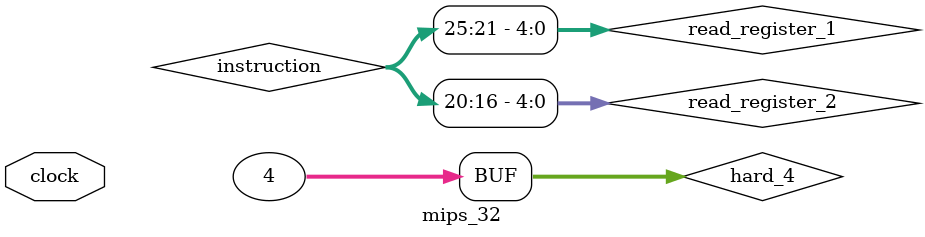
<source format=v>


module mips_32(clock);

input wire	clock;

wire	[31:0] new_address					;
wire	[31:0] current_address				;
wire	[31:0] instruction  				;
wire	[31:0] pc_4  						;
wire	[31:0] write_data 					;
wire [4:0] read_register_1;
wire [4:0] read_register_2;
wire	[4:0]  write_register 				;
wire	[31:0] read_data_2_register_file	;
wire	[31:0] read_data_1_register_file	;
wire	[31:0] instruction_immediate   		;
wire	[31:0] alu_source 					;
wire	[31:0] alu_result 					;
wire	[31:0] data_memory_out				;
wire	[31:0] branch_immediate 			;
wire	[31:0] calculated_branch_address 	;
wire	[31:0] branch_address_ 				;
wire	[31:0] shifted_jump_immediate   	;
wire	[31:0] calculated_jump_address 		;
wire	reg_write 							;
wire	mem_read 							;
wire	mem_write							;
wire	mem_to_reg 							;
wire	branch_and 							;
wire	jump 								;
wire	branch 								;
wire	alu_src 							;
wire	reg_dst 							;
wire	zero_signal 						;
wire	[2:0]  alu_op 						;
wire	[3:0]  alu_control_ 				;
wire	[31:0] hard_4 						;
assign read_register_1 = instruction[25:21];
assign read_register_2 = instruction[20:16];
full_adder_32	b2v_inst(
	.data_in_0(hard_4),
	.data_in_1(current_address),
	.data_out(pc_4));

shifter_2_bit	b2v_inst1(
	.data_in(instruction),
	.data_out(shifted_jump_immediate   ));

program_counter	b2v_inst2(
	.clock(clock),
	.address_in(new_address),
	.address_out(current_address));

instruction_memory_4kb	b2v_inst35(
	.clock(clock),
	.address(current_address),
	.instruction(instruction));

jump_joiner	b2v_inst36(
	.address(shifted_jump_immediate   ),
	.pc(pc_4),
	.output_address(calculated_jump_address));

register_file	b2v_inst37(
	.clock(clock)	,
	.RegWrite(reg_write)	,
	.read_register_1(read_register_1)	,
	.read_register_2(read_register_2)	,
	.write_data(write_data 				)	,
	.write_register(write_register 				),
	.read_data_1(read_data_1_register_file),
	.read_data_2(read_data_2_register_file));	

mux_5_two_one	b2v_ins(
	.select(reg_dst),
	.data_in_0(instruction[20:16])	,
	.data_in_1(instruction[15:11])	,
	.data_out(write_register));

sign_extension_unit_16_32	b2v_inst41(
	.data_in(instruction[15:0]),
	.data_out(instruction_immediate));


mux_32_two_one	b2v_inst42(
	.select(alu_src),
	.data_in_0(read_data_2_register_file),
	.data_in_1(instruction_immediate),
	.data_out(alu_source));


alu_32	b2v_inst43(
	.alu_control(alu_control_),
	.data_in_0(read_data_1_register_file),
	.data_in_1(alu_source),
	.zero(zero_signal),
	.result(alu_result 				));


data_memory_4kb	b2v_inst45(
	.clock(clock),
	.memread(mem_read),
	.memwrite(mem_write),
	.address(alu_result 				),
	.write_data(read_data_2_register_file),
	.read_data(data_memory_out));


mux_32_two_one	b2v_inst46(
	.select(mem_to_reg),
	.data_in_0(alu_result 				),
	.data_in_1(data_memory_out),
	.data_out(write_data 				));


full_adder_32	b2v_inst47(
	.data_in_0(pc_4),
	.data_in_1(branch_immediate),
	.data_out(calculated_branch_address));


shifter_2_bit	b2v_inst48(
	.data_in(instruction_immediate),
	.data_out(branch_immediate));


mux_32_two_one	b2v_inst49(
	.select(branch_and),
	.data_in_0(pc_4),
	.data_in_1(calculated_branch_address),
	.data_out(branch_address_));

mux_32_two_one	b2v_inst50(
	.select(jump),
	.data_in_0(branch_address_),
	.data_in_1(calculated_jump_address),
	.data_out(new_address));

assign	branch_and = branch & zero_signal;

alu_control	b2v_inst52(
	.ALUOp(alu_op),
	.instruction(instruction[5:0]),
	.control(alu_control_));

control	b2v_inst53(
	.opcode(instruction[31:26]),
	.RegDST(reg_dst),
	.Jump(jump),
	.Branch(branch),
	.MemRead(mem_read),
	.MemToReg(mem_to_reg),
	.MemWrite(mem_write),
	.ALUSrc(alu_src),
	.RegWrite(reg_write),
	.ALUOp(alu_op));

assign hard_4 = 32'h00000004;

endmodule



</source>
